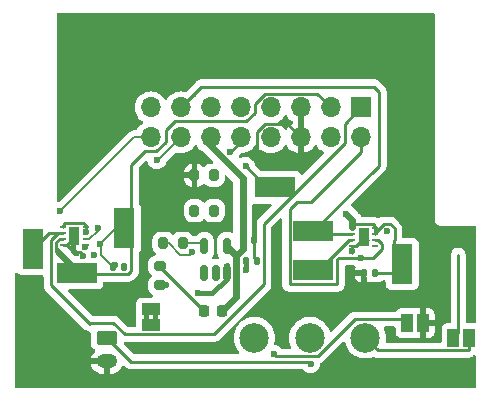
<source format=gbr>
%TF.GenerationSoftware,KiCad,Pcbnew,8.0.1*%
%TF.CreationDate,2024-03-24T23:40:03+02:00*%
%TF.ProjectId,circuit schematic,63697263-7569-4742-9073-6368656d6174,rev?*%
%TF.SameCoordinates,Original*%
%TF.FileFunction,Copper,L1,Top*%
%TF.FilePolarity,Positive*%
%FSLAX46Y46*%
G04 Gerber Fmt 4.6, Leading zero omitted, Abs format (unit mm)*
G04 Created by KiCad (PCBNEW 8.0.1) date 2024-03-24 23:40:03*
%MOMM*%
%LPD*%
G01*
G04 APERTURE LIST*
G04 Aperture macros list*
%AMRoundRect*
0 Rectangle with rounded corners*
0 $1 Rounding radius*
0 $2 $3 $4 $5 $6 $7 $8 $9 X,Y pos of 4 corners*
0 Add a 4 corners polygon primitive as box body*
4,1,4,$2,$3,$4,$5,$6,$7,$8,$9,$2,$3,0*
0 Add four circle primitives for the rounded corners*
1,1,$1+$1,$2,$3*
1,1,$1+$1,$4,$5*
1,1,$1+$1,$6,$7*
1,1,$1+$1,$8,$9*
0 Add four rect primitives between the rounded corners*
20,1,$1+$1,$2,$3,$4,$5,0*
20,1,$1+$1,$4,$5,$6,$7,0*
20,1,$1+$1,$6,$7,$8,$9,0*
20,1,$1+$1,$8,$9,$2,$3,0*%
G04 Aperture macros list end*
%TA.AperFunction,EtchedComponent*%
%ADD10C,0.000000*%
%TD*%
%TA.AperFunction,ComponentPad*%
%ADD11R,1.700000X1.700000*%
%TD*%
%TA.AperFunction,ComponentPad*%
%ADD12O,1.700000X1.700000*%
%TD*%
%TA.AperFunction,SMDPad,CuDef*%
%ADD13R,0.900000X1.600000*%
%TD*%
%TA.AperFunction,SMDPad,CuDef*%
%ADD14RoundRect,0.062500X-0.187500X-0.062500X0.187500X-0.062500X0.187500X0.062500X-0.187500X0.062500X0*%
%TD*%
%TA.AperFunction,SMDPad,CuDef*%
%ADD15RoundRect,0.218750X-0.218750X-0.256250X0.218750X-0.256250X0.218750X0.256250X-0.218750X0.256250X0*%
%TD*%
%TA.AperFunction,SMDPad,CuDef*%
%ADD16RoundRect,0.150000X0.150000X-0.512500X0.150000X0.512500X-0.150000X0.512500X-0.150000X-0.512500X0*%
%TD*%
%TA.AperFunction,SMDPad,CuDef*%
%ADD17R,3.400000X1.800000*%
%TD*%
%TA.AperFunction,SMDPad,CuDef*%
%ADD18R,1.800000X3.400000*%
%TD*%
%TA.AperFunction,ComponentPad*%
%ADD19C,2.500000*%
%TD*%
%TA.AperFunction,SMDPad,CuDef*%
%ADD20RoundRect,0.200000X-0.200000X-0.275000X0.200000X-0.275000X0.200000X0.275000X-0.200000X0.275000X0*%
%TD*%
%TA.AperFunction,SMDPad,CuDef*%
%ADD21RoundRect,0.200000X-0.275000X0.200000X-0.275000X-0.200000X0.275000X-0.200000X0.275000X0.200000X0*%
%TD*%
%TA.AperFunction,SMDPad,CuDef*%
%ADD22RoundRect,0.200000X0.200000X0.275000X-0.200000X0.275000X-0.200000X-0.275000X0.200000X-0.275000X0*%
%TD*%
%TA.AperFunction,SMDPad,CuDef*%
%ADD23R,1.500000X1.000000*%
%TD*%
%TA.AperFunction,SMDPad,CuDef*%
%ADD24R,1.000000X1.500000*%
%TD*%
%TA.AperFunction,ComponentPad*%
%ADD25RoundRect,0.250000X-0.625000X0.350000X-0.625000X-0.350000X0.625000X-0.350000X0.625000X0.350000X0*%
%TD*%
%TA.AperFunction,ComponentPad*%
%ADD26O,1.750000X1.200000*%
%TD*%
%TA.AperFunction,SMDPad,CuDef*%
%ADD27RoundRect,0.140000X0.140000X0.170000X-0.140000X0.170000X-0.140000X-0.170000X0.140000X-0.170000X0*%
%TD*%
%TA.AperFunction,SMDPad,CuDef*%
%ADD28RoundRect,0.140000X-0.140000X-0.170000X0.140000X-0.170000X0.140000X0.170000X-0.140000X0.170000X0*%
%TD*%
%TA.AperFunction,ViaPad*%
%ADD29C,0.600000*%
%TD*%
%TA.AperFunction,Conductor*%
%ADD30C,0.250000*%
%TD*%
%TA.AperFunction,Conductor*%
%ADD31C,0.200000*%
%TD*%
%TA.AperFunction,Conductor*%
%ADD32C,0.600000*%
%TD*%
%TA.AperFunction,Conductor*%
%ADD33C,0.400000*%
%TD*%
G04 APERTURE END LIST*
D10*
%TA.AperFunction,EtchedComponent*%
%TO.C,JP10*%
G36*
X116550000Y-70500000D02*
G01*
X116150000Y-70500000D01*
X116150000Y-70000000D01*
X116550000Y-70000000D01*
X116550000Y-70500000D01*
G37*
%TD.AperFunction*%
%TA.AperFunction,EtchedComponent*%
G36*
X117350000Y-70500000D02*
G01*
X116950000Y-70500000D01*
X116950000Y-70000000D01*
X117350000Y-70000000D01*
X117350000Y-70500000D01*
G37*
%TD.AperFunction*%
%TD*%
D11*
%TO.P,J3,1,Pin_1*%
%TO.N,Motor2_A*%
X134500000Y-52500000D03*
D12*
%TO.P,J3,2,Pin_2*%
%TO.N,PWM1*%
X134500000Y-55040000D03*
%TO.P,J3,3,Pin_3*%
%TO.N,Motor2_B*%
X131960000Y-52500000D03*
%TO.P,J3,4,Pin_4*%
%TO.N,PWM2*%
X131960000Y-55040000D03*
%TO.P,J3,5,Pin_5*%
%TO.N,GND*%
X129420000Y-52500000D03*
%TO.P,J3,6,Pin_6*%
X129420000Y-55040000D03*
%TO.P,J3,7,Pin_7*%
%TO.N,BATT_1*%
X126880000Y-52500000D03*
%TO.P,J3,8,Pin_8*%
X126880000Y-55040000D03*
%TO.P,J3,9,Pin_9*%
%TO.N,RESERVE*%
X124340000Y-52500000D03*
%TO.P,J3,10,Pin_10*%
%TO.N,BATT_ADC*%
X124340000Y-55040000D03*
%TO.P,J3,11,Pin_11*%
%TO.N,+5V*%
X121800000Y-52500000D03*
%TO.P,J3,12,Pin_12*%
X121800000Y-55040000D03*
%TO.P,J3,13,Pin_13*%
%TO.N,Motor1_A*%
X119260000Y-52500000D03*
%TO.P,J3,14,Pin_14*%
%TO.N,PWM3*%
X119260000Y-55040000D03*
%TO.P,J3,15,Pin_15*%
%TO.N,Motor1_B*%
X116720000Y-52500000D03*
%TO.P,J3,16,Pin_16*%
%TO.N,PWM4*%
X116720000Y-55040000D03*
%TD*%
D13*
%TO.P,U2,9,GND*%
%TO.N,GND*%
X134750000Y-63500000D03*
D14*
%TO.P,U2,8,VCC*%
%TO.N,BATT_1*%
X135700000Y-62750000D03*
%TO.P,U2,7,~{SLEEP}*%
X135700000Y-63250000D03*
%TO.P,U2,6,IN1*%
%TO.N,PWM1*%
X135700000Y-63750000D03*
%TO.P,U2,5,IN2*%
%TO.N,PWM2*%
X135700000Y-64250000D03*
%TO.P,U2,4,GND*%
%TO.N,GND*%
X133800000Y-64250000D03*
%TO.P,U2,3,OUT2*%
%TO.N,Motor1_B*%
X133800000Y-63750000D03*
%TO.P,U2,2,OUT1*%
%TO.N,Motor1_A*%
X133800000Y-63250000D03*
%TO.P,U2,1,VM*%
%TO.N,BATT_1*%
X133800000Y-62750000D03*
%TD*%
D15*
%TO.P,D1,1,K*%
%TO.N,Net-(D1-K)*%
X121212500Y-69750000D03*
%TO.P,D1,2,A*%
%TO.N,+5V*%
X122787500Y-69750000D03*
%TD*%
D14*
%TO.P,U3,1,VM*%
%TO.N,BATT_1*%
X109300000Y-62650000D03*
%TO.P,U3,2,OUT1*%
%TO.N,Motor2_A*%
X109300000Y-63150000D03*
%TO.P,U3,3,OUT2*%
%TO.N,Motor2_B*%
X109300000Y-63650000D03*
%TO.P,U3,4,GND*%
%TO.N,GND*%
X109300000Y-64150000D03*
%TO.P,U3,5,IN2*%
%TO.N,PWM4*%
X111200000Y-64150000D03*
%TO.P,U3,6,IN1*%
%TO.N,PWM3*%
X111200000Y-63650000D03*
%TO.P,U3,7,~{SLEEP}*%
%TO.N,BATT_1*%
X111200000Y-63150000D03*
%TO.P,U3,8,VCC*%
X111200000Y-62650000D03*
D13*
%TO.P,U3,9,GND*%
%TO.N,GND*%
X110250000Y-63400000D03*
%TD*%
D16*
%TO.P,U1,1,STAT*%
%TO.N,/STAT*%
X121270000Y-66525000D03*
%TO.P,U1,2,V_{SS}*%
%TO.N,Net-(U1-V_{SS})*%
X122220000Y-66525000D03*
%TO.P,U1,3,V_{BAT}*%
%TO.N,Net-(JP10-A)*%
X123170000Y-66525000D03*
%TO.P,U1,4,V_{DD}*%
%TO.N,+5V*%
X123170000Y-64250000D03*
%TO.P,U1,5,PROG*%
%TO.N,Net-(U1-PROG)*%
X121270000Y-64250000D03*
%TD*%
D17*
%TO.P,TP7,1,1*%
%TO.N,Motor2_B*%
X110500000Y-66500000D03*
%TD*%
D18*
%TO.P,TP6,1,1*%
%TO.N,Motor2_A*%
X106750000Y-64500000D03*
%TD*%
D17*
%TO.P,TP5,1,1*%
%TO.N,Motor1_B*%
X130500000Y-66250000D03*
%TD*%
%TO.P,TP4,1,1*%
%TO.N,Motor1_A*%
X130500000Y-63000000D03*
%TD*%
D18*
%TO.P,TP3,1,1*%
%TO.N,BATT_1*%
X114500000Y-62750000D03*
%TD*%
%TO.P,TP2,1,1*%
%TO.N,BATT_1*%
X138000000Y-65750000D03*
%TD*%
D17*
%TO.P,TP1,1,1*%
%TO.N,BATT_ADC*%
X127250000Y-59250000D03*
%TD*%
D19*
%TO.P,SW1,1,1*%
%TO.N,Net-(JP3-A)*%
X134900000Y-72000000D03*
%TO.P,SW1,2,2*%
%TO.N,Net-(J2-Pin_1)*%
X130200000Y-72000000D03*
%TO.P,SW1,3,3*%
%TO.N,Net-(JP6-A)*%
X125500000Y-72000000D03*
%TD*%
D20*
%TO.P,R6,2*%
%TO.N,BATT_ADC*%
X122075000Y-58250000D03*
%TO.P,R6,1*%
%TO.N,GND*%
X120425000Y-58250000D03*
%TD*%
%TO.P,R5,1*%
%TO.N,BATT_ADC*%
X120425000Y-61250000D03*
%TO.P,R5,2*%
%TO.N,BATT_1*%
X122075000Y-61250000D03*
%TD*%
D21*
%TO.P,R2,1*%
%TO.N,Net-(D1-K)*%
X117500000Y-65925000D03*
%TO.P,R2,2*%
%TO.N,/STAT*%
X117500000Y-67575000D03*
%TD*%
D22*
%TO.P,R1,1*%
%TO.N,Net-(U1-PROG)*%
X119420000Y-64000000D03*
%TO.P,R1,2*%
%TO.N,Net-(U1-V_{SS})*%
X117770000Y-64000000D03*
%TD*%
D23*
%TO.P,JP10,1,A*%
%TO.N,Net-(JP10-A)*%
X116750000Y-70900000D03*
%TO.P,JP10,2,B*%
%TO.N,BATT_1*%
X116750000Y-69600000D03*
%TD*%
D24*
%TO.P,JP6,1,A*%
%TO.N,Net-(JP6-A)*%
X138450000Y-70750000D03*
%TO.P,JP6,2,B*%
%TO.N,GND*%
X139750000Y-70750000D03*
%TD*%
%TO.P,JP3,1,A*%
%TO.N,Net-(JP3-A)*%
X143650000Y-72000000D03*
%TO.P,JP3,2,B*%
%TO.N,BATT_1*%
X142350000Y-72000000D03*
%TD*%
D25*
%TO.P,J2,1,Pin_1*%
%TO.N,Net-(J2-Pin_1)*%
X113000000Y-72000000D03*
D26*
%TO.P,J2,2,Pin_2*%
%TO.N,GND*%
X113000000Y-74000000D03*
%TD*%
D27*
%TO.P,C4,1*%
%TO.N,GND*%
X114480000Y-66000000D03*
%TO.P,C4,2*%
%TO.N,BATT_1*%
X113520000Y-66000000D03*
%TD*%
D28*
%TO.P,C3,1*%
%TO.N,GND*%
X134770000Y-66500000D03*
%TO.P,C3,2*%
%TO.N,BATT_1*%
X135730000Y-66500000D03*
%TD*%
%TO.P,C2,1*%
%TO.N,+5V*%
X124520000Y-63750000D03*
%TO.P,C2,2*%
%TO.N,GND*%
X125480000Y-63750000D03*
%TD*%
%TO.P,C1,1*%
%TO.N,Net-(JP10-A)*%
X124750000Y-65500000D03*
%TO.P,C1,2*%
%TO.N,GND*%
X125710000Y-65500000D03*
%TD*%
D29*
%TO.N,Net-(JP10-A)*%
X116750000Y-70900000D03*
%TO.N,BATT_1*%
X122075000Y-61250000D03*
%TO.N,BATT_ADC*%
X120425000Y-61250000D03*
%TO.N,BATT_1*%
X111238862Y-63025000D03*
X112407193Y-64092807D03*
%TO.N,PWM3*%
X112250000Y-62750000D03*
%TO.N,GND*%
X110981740Y-65067432D03*
X120251701Y-58250000D03*
%TO.N,BATT_1*%
X114460000Y-62750000D03*
X138000000Y-65750000D03*
%TO.N,GND*%
X125690000Y-65500000D03*
X125559314Y-56809314D03*
%TO.N,*%
X111900479Y-65003981D03*
%TO.N,GND*%
X134770000Y-66500000D03*
X133750000Y-64625000D03*
%TO.N,BATT_1*%
X133250000Y-61500000D03*
%TO.N,BATT_ADC*%
X124750000Y-57500000D03*
%TO.N,PWM1*%
X134500000Y-65250000D03*
X134500000Y-65250000D03*
%TO.N,PWM4*%
X111190846Y-64295242D03*
%TO.N,Net-(JP10-A)*%
X124770000Y-66250000D03*
%TO.N,PWM2*%
X136750000Y-63000000D03*
%TO.N,BATT_ADC*%
X123460686Y-56289314D03*
%TO.N,Net-(JP10-A)*%
X120750000Y-68250000D03*
%TO.N,BATT_1*%
X113700000Y-65844659D03*
%TO.N,/STAT*%
X118000000Y-67500000D03*
%TO.N,Net-(J2-Pin_1)*%
X130250000Y-74200000D03*
%TO.N,Net-(JP6-A)*%
X127145281Y-73395281D03*
%TO.N,Net-(JP10-A)*%
X123170000Y-66000000D03*
%TO.N,Net-(U1-V_{SS})*%
X120250000Y-64762500D03*
%TO.N,PWM3*%
X117250000Y-56929264D03*
%TO.N,PWM4*%
X109050000Y-61288235D03*
%TD*%
D30*
%TO.N,Motor2_A*%
X113545100Y-70750000D02*
X111500000Y-70750000D01*
X114520100Y-71725000D02*
X113545100Y-70750000D01*
X126315000Y-62346701D02*
X126315000Y-67472540D01*
X122062540Y-71725000D02*
X114520100Y-71725000D01*
X126315000Y-67472540D02*
X122062540Y-71725000D01*
X133135000Y-55526701D02*
X126315000Y-62346701D01*
X133135000Y-53865000D02*
X133135000Y-55526701D01*
X134500000Y-52500000D02*
X133135000Y-53865000D01*
X111500000Y-70750000D02*
X111575000Y-70825000D01*
X108275000Y-67525000D02*
X111500000Y-70750000D01*
%TO.N,PWM1*%
X134500000Y-56242081D02*
X134500000Y-55040000D01*
X130267081Y-60475000D02*
X134500000Y-56242081D01*
X129065000Y-60475000D02*
X130267081Y-60475000D01*
X128475000Y-61065000D02*
X129065000Y-60475000D01*
D31*
%TO.N,PWM3*%
X111530071Y-63650000D02*
X111200000Y-63650000D01*
X112250000Y-62930071D02*
X111530071Y-63650000D01*
X112250000Y-62750000D02*
X112250000Y-62930071D01*
D30*
%TO.N,GND*%
X110981740Y-64981740D02*
X110981740Y-65067432D01*
X110750000Y-64750000D02*
X110981740Y-64981740D01*
X109599740Y-64150000D02*
X110199740Y-64750000D01*
X110199740Y-64750000D02*
X110750000Y-64750000D01*
X110250000Y-63499740D02*
X110250000Y-63400000D01*
X109599740Y-64150000D02*
X110250000Y-63499740D01*
X109300000Y-64150000D02*
X109599740Y-64150000D01*
%TO.N,Motor2_B*%
X110985260Y-66635000D02*
X114816490Y-66635000D01*
%TO.N,BATT_1*%
X142750000Y-65000000D02*
X142750000Y-71600000D01*
%TO.N,GND*%
X128245000Y-53865000D02*
X126393299Y-53865000D01*
X125705000Y-54553299D02*
X125705000Y-56955000D01*
X129420000Y-55040000D02*
X128245000Y-53865000D01*
X126393299Y-53865000D02*
X125705000Y-54553299D01*
X125705000Y-56955000D02*
X125559314Y-56809314D01*
%TO.N,*%
X111904460Y-65000000D02*
X111900479Y-65003981D01*
%TO.N,GND*%
X133750000Y-64800000D02*
X133750000Y-64625000D01*
X133800000Y-64750000D02*
X133750000Y-64800000D01*
X133800000Y-64250000D02*
X133800000Y-64750000D01*
X134099740Y-64250000D02*
X134750000Y-63599740D01*
X134750000Y-63599740D02*
X134750000Y-63500000D01*
X133800000Y-64250000D02*
X134099740Y-64250000D01*
X125480000Y-65270000D02*
X125710000Y-65500000D01*
X125480000Y-63750000D02*
X125480000Y-65270000D01*
D32*
%TO.N,BATT_1*%
X133800000Y-62050000D02*
X133800000Y-62625000D01*
X133250000Y-61500000D02*
X133800000Y-62050000D01*
D30*
%TO.N,BATT_ADC*%
X124750000Y-57500000D02*
X126500000Y-59250000D01*
X126500000Y-59250000D02*
X127000000Y-59250000D01*
%TO.N,BATT_1*%
X136450001Y-62375000D02*
X135700000Y-63125001D01*
X137375000Y-62741116D02*
X137008884Y-62375000D01*
X137008884Y-62375000D02*
X136450001Y-62375000D01*
X135700000Y-63125001D02*
X135700000Y-63250000D01*
X137375000Y-63700000D02*
X137375000Y-62741116D01*
X137325000Y-63750000D02*
X137375000Y-63700000D01*
X135700000Y-62750000D02*
X135700000Y-63250000D01*
X133975000Y-62375000D02*
X135525000Y-62375000D01*
X133800000Y-62550000D02*
X133975000Y-62375000D01*
X133800000Y-62750000D02*
X133800000Y-62550000D01*
X135525000Y-62375000D02*
X135700000Y-62550000D01*
X135700000Y-62550000D02*
X135700000Y-62750000D01*
%TO.N,PWM1*%
X136275000Y-64475000D02*
X135500000Y-65250000D01*
X136275000Y-64025260D02*
X136275000Y-64475000D01*
X135700000Y-63750000D02*
X135999740Y-63750000D01*
X135500000Y-65250000D02*
X134500000Y-65250000D01*
X135999740Y-63750000D02*
X136275000Y-64025260D01*
%TO.N,BATT_1*%
X137325000Y-65075000D02*
X137325000Y-63750000D01*
X138000000Y-65750000D02*
X137325000Y-65075000D01*
X137250000Y-66500000D02*
X138000000Y-65750000D01*
X135730000Y-66500000D02*
X137250000Y-66500000D01*
%TO.N,GND*%
X135000000Y-63750000D02*
X135075000Y-63750000D01*
%TO.N,PWM1*%
X132636656Y-65250000D02*
X134500000Y-65250000D01*
X132525000Y-65361656D02*
X132636656Y-65250000D01*
X128475000Y-67475000D02*
X128475000Y-61065000D01*
X132525000Y-67475000D02*
X128475000Y-67475000D01*
X132525000Y-65361656D02*
X132525000Y-67475000D01*
D33*
%TO.N,Net-(JP10-A)*%
X124770000Y-65520000D02*
X124750000Y-65500000D01*
X124770000Y-66250000D02*
X124770000Y-65520000D01*
D31*
%TO.N,BATT_1*%
X113750000Y-62750000D02*
X114500000Y-62750000D01*
X112407193Y-64092807D02*
X113750000Y-62750000D01*
X112407193Y-64092807D02*
X112500000Y-64185614D01*
D32*
%TO.N,+5V*%
X124520000Y-64500000D02*
X124520000Y-63750000D01*
X123970000Y-65050000D02*
X124520000Y-64500000D01*
D30*
%TO.N,BATT_ADC*%
X124340000Y-55040000D02*
X124340000Y-55410000D01*
X124340000Y-55410000D02*
X123460686Y-56289314D01*
D32*
%TO.N,+5V*%
X123970000Y-68567500D02*
X123970000Y-65050000D01*
X123970000Y-65050000D02*
X123170000Y-64250000D01*
D33*
%TO.N,Net-(JP10-A)*%
X121939474Y-68250000D02*
X120750000Y-68250000D01*
X123170000Y-67019474D02*
X121939474Y-68250000D01*
X123170000Y-66525000D02*
X123170000Y-67019474D01*
D30*
%TO.N,Net-(D1-K)*%
X117500000Y-65925000D02*
X117500000Y-66037500D01*
X117500000Y-66037500D02*
X121212500Y-69750000D01*
D31*
%TO.N,BATT_1*%
X113544659Y-66000000D02*
X113700000Y-65844659D01*
X113520000Y-66000000D02*
X113544659Y-66000000D01*
D30*
X111200000Y-62450000D02*
X111200000Y-62650000D01*
X111025000Y-62275000D02*
X111200000Y-62450000D01*
X109475000Y-62275000D02*
X111025000Y-62275000D01*
X109300000Y-62650000D02*
X109300000Y-62450000D01*
X109300000Y-62450000D02*
X109475000Y-62275000D01*
X111200000Y-62650000D02*
X111200000Y-63150000D01*
%TO.N,Motor2_A*%
X108275000Y-63738864D02*
X108275000Y-67525000D01*
X108863864Y-63150000D02*
X108275000Y-63738864D01*
X109300000Y-63150000D02*
X108863864Y-63150000D01*
%TO.N,Motor2_B*%
X130785000Y-51325000D02*
X131960000Y-52500000D01*
X126393299Y-51325000D02*
X130785000Y-51325000D01*
X125515000Y-52203299D02*
X126393299Y-51325000D01*
X125515000Y-52986701D02*
X125515000Y-52203299D01*
X124826701Y-53675000D02*
X125515000Y-52986701D01*
X118000000Y-54448299D02*
X118773299Y-53675000D01*
X118000000Y-55421701D02*
X118000000Y-54448299D01*
X117206701Y-56215000D02*
X118000000Y-55421701D01*
X118773299Y-53675000D02*
X124826701Y-53675000D01*
X116233299Y-56215000D02*
X117206701Y-56215000D01*
X115085000Y-57363299D02*
X116233299Y-56215000D01*
X115085000Y-66366490D02*
X115085000Y-57363299D01*
X114816490Y-66635000D02*
X115085000Y-66366490D01*
X108725000Y-64374740D02*
X110985260Y-66635000D01*
X109000260Y-63650000D02*
X108725000Y-63925260D01*
X108725000Y-63925260D02*
X108725000Y-64374740D01*
X109300000Y-63650000D02*
X109000260Y-63650000D01*
X108725000Y-64725000D02*
X110500000Y-66500000D01*
X108725000Y-63925260D02*
X108725000Y-64725000D01*
%TO.N,Motor2_A*%
X108100000Y-63150000D02*
X109300000Y-63150000D01*
X106750000Y-64500000D02*
X108100000Y-63150000D01*
%TO.N,Motor1_A*%
X135651041Y-50750000D02*
X121010000Y-50750000D01*
X136075000Y-51173959D02*
X135651041Y-50750000D01*
X136075000Y-57425000D02*
X136075000Y-51173959D01*
X121010000Y-50750000D02*
X119260000Y-52500000D01*
X130500000Y-63000000D02*
X136075000Y-57425000D01*
%TO.N,Motor1_B*%
X131000260Y-66250000D02*
X130500000Y-66250000D01*
X133500260Y-63750000D02*
X131000260Y-66250000D01*
X133800000Y-63750000D02*
X133500260Y-63750000D01*
%TO.N,Motor1_A*%
X130750000Y-63250000D02*
X133800000Y-63250000D01*
X130500000Y-63000000D02*
X130750000Y-63250000D01*
D32*
%TO.N,+5V*%
X124520000Y-58480000D02*
X124520000Y-63750000D01*
D30*
%TO.N,/STAT*%
X117925000Y-67575000D02*
X118000000Y-67500000D01*
X117500000Y-67575000D02*
X117925000Y-67575000D01*
%TO.N,Net-(J2-Pin_1)*%
X130250000Y-74025000D02*
X130250000Y-74200000D01*
X115025000Y-74025000D02*
X130250000Y-74025000D01*
X113000000Y-72000000D02*
X115025000Y-74025000D01*
%TO.N,Net-(JP6-A)*%
X130852387Y-73575000D02*
X127325000Y-73575000D01*
X127325000Y-73575000D02*
X127145281Y-73395281D01*
X134002387Y-70425000D02*
X130852387Y-73575000D01*
X138450000Y-70750000D02*
X138125000Y-70425000D01*
X138125000Y-70425000D02*
X134002387Y-70425000D01*
%TO.N,Net-(JP3-A)*%
X135975000Y-73075000D02*
X134900000Y-72000000D01*
X143575000Y-73075000D02*
X135975000Y-73075000D01*
X143650000Y-73000000D02*
X143575000Y-73075000D01*
X143650000Y-72000000D02*
X143650000Y-73000000D01*
%TO.N,BATT_1*%
X142750000Y-71600000D02*
X142350000Y-72000000D01*
D32*
X126880000Y-55040000D02*
X127040000Y-55040000D01*
D30*
%TO.N,Motor1_A*%
X119260000Y-52500000D02*
X120435000Y-51325000D01*
D32*
%TO.N,+5V*%
X121750000Y-52500000D02*
X121800000Y-52500000D01*
%TO.N,BATT_1*%
X126880000Y-55040000D02*
X126880000Y-55130000D01*
D33*
%TO.N,Net-(JP10-A)*%
X123170000Y-65862501D02*
X123170000Y-66000000D01*
D31*
%TO.N,Net-(U1-PROG)*%
X121020000Y-64000000D02*
X121270000Y-64250000D01*
X119420000Y-64000000D02*
X121020000Y-64000000D01*
%TO.N,Net-(U1-V_{SS})*%
X120050000Y-64962500D02*
X120250000Y-64762500D01*
X119194852Y-64962500D02*
X120050000Y-64962500D01*
X118232352Y-64000000D02*
X119194852Y-64962500D01*
X117770000Y-64000000D02*
X118232352Y-64000000D01*
%TO.N,PWM3*%
X117370736Y-56929264D02*
X117250000Y-56929264D01*
X119260000Y-55040000D02*
X117370736Y-56929264D01*
%TO.N,PWM4*%
X115310000Y-55040000D02*
X116720000Y-55040000D01*
X109061765Y-61288235D02*
X115310000Y-55040000D01*
X109050000Y-61288235D02*
X109061765Y-61288235D01*
X109050000Y-61300000D02*
X109050000Y-61288235D01*
%TO.N,BATT_1*%
X112500000Y-64185614D02*
X112500000Y-64980000D01*
X112500000Y-64980000D02*
X113520000Y-66000000D01*
D32*
%TO.N,+5V*%
X122787500Y-69750000D02*
X123970000Y-68567500D01*
D33*
%TO.N,Net-(JP10-A)*%
X123170000Y-65862501D02*
X123170000Y-66525000D01*
%TO.N,Net-(D1-K)*%
X121212500Y-69750000D02*
X121212500Y-69637500D01*
D32*
%TO.N,+5V*%
X121540000Y-55500000D02*
X124520000Y-58480000D01*
%TD*%
%TA.AperFunction,Conductor*%
%TO.N,GND*%
G36*
X105455703Y-66513180D02*
G01*
X105473767Y-66532583D01*
X105492454Y-66557546D01*
X105492455Y-66557547D01*
X105607664Y-66643793D01*
X105607671Y-66643797D01*
X105742517Y-66694091D01*
X105742516Y-66694091D01*
X105749444Y-66694835D01*
X105802127Y-66700500D01*
X107525500Y-66700499D01*
X107592539Y-66720184D01*
X107638294Y-66772987D01*
X107649500Y-66824499D01*
X107649500Y-67586608D01*
X107652065Y-67599501D01*
X107659584Y-67637304D01*
X107666632Y-67672735D01*
X107672300Y-67701236D01*
X107673537Y-67707452D01*
X107678721Y-67719968D01*
X107678723Y-67719975D01*
X107678724Y-67719975D01*
X107690224Y-67747738D01*
X107720687Y-67821285D01*
X107745290Y-67858104D01*
X107745291Y-67858106D01*
X107789141Y-67923732D01*
X107789144Y-67923736D01*
X107880586Y-68015178D01*
X107880608Y-68015198D01*
X111011016Y-71145606D01*
X111011045Y-71145637D01*
X111105586Y-71240178D01*
X111105608Y-71240198D01*
X111176267Y-71310857D01*
X111227490Y-71345084D01*
X111278709Y-71379309D01*
X111278718Y-71379314D01*
X111392538Y-71426459D01*
X111392542Y-71426460D01*
X111392549Y-71426463D01*
X111513393Y-71450500D01*
X111513405Y-71450500D01*
X111514646Y-71450623D01*
X111515265Y-71450872D01*
X111519368Y-71451689D01*
X111519213Y-71452466D01*
X111579436Y-71476776D01*
X111619802Y-71533806D01*
X111625865Y-71586623D01*
X111624500Y-71599985D01*
X111624500Y-72400001D01*
X111624501Y-72400019D01*
X111635000Y-72502796D01*
X111635001Y-72502799D01*
X111669520Y-72606968D01*
X111690186Y-72669334D01*
X111782288Y-72818656D01*
X111906344Y-72942712D01*
X111970981Y-72982580D01*
X112017705Y-73034526D01*
X112028928Y-73103489D01*
X112001085Y-73167571D01*
X111993566Y-73175799D01*
X111885964Y-73283401D01*
X111784195Y-73423475D01*
X111705591Y-73577744D01*
X111652085Y-73742415D01*
X111650884Y-73749999D01*
X111650885Y-73750000D01*
X112719670Y-73750000D01*
X112699925Y-73769745D01*
X112650556Y-73855255D01*
X112625000Y-73950630D01*
X112625000Y-74049370D01*
X112650556Y-74144745D01*
X112699925Y-74230255D01*
X112719670Y-74250000D01*
X111650885Y-74250000D01*
X111652085Y-74257584D01*
X111705591Y-74422255D01*
X111784195Y-74576524D01*
X111885967Y-74716602D01*
X112008397Y-74839032D01*
X112148475Y-74940804D01*
X112302742Y-75019408D01*
X112467415Y-75072914D01*
X112638429Y-75100000D01*
X112750000Y-75100000D01*
X112750000Y-74280330D01*
X112769745Y-74300075D01*
X112855255Y-74349444D01*
X112950630Y-74375000D01*
X113049370Y-74375000D01*
X113144745Y-74349444D01*
X113230255Y-74300075D01*
X113250000Y-74280330D01*
X113250000Y-75100000D01*
X113361571Y-75100000D01*
X113532584Y-75072914D01*
X113697257Y-75019408D01*
X113851524Y-74940804D01*
X113991602Y-74839032D01*
X114114032Y-74716602D01*
X114215804Y-74576524D01*
X114294402Y-74422268D01*
X114294626Y-74421728D01*
X114294766Y-74421553D01*
X114296622Y-74417912D01*
X114297386Y-74418301D01*
X114338454Y-74367314D01*
X114404743Y-74345233D01*
X114472447Y-74362496D01*
X114496880Y-74381472D01*
X114626265Y-74510857D01*
X114684132Y-74549522D01*
X114728714Y-74579311D01*
X114842548Y-74626463D01*
X114963388Y-74650499D01*
X114963392Y-74650500D01*
X114963393Y-74650500D01*
X114963394Y-74650500D01*
X129519190Y-74650500D01*
X129586229Y-74670185D01*
X129616135Y-74697185D01*
X129620183Y-74702261D01*
X129620184Y-74702262D01*
X129747738Y-74829816D01*
X129900478Y-74925789D01*
X130070745Y-74985368D01*
X130070750Y-74985369D01*
X130249996Y-75005565D01*
X130250000Y-75005565D01*
X130250004Y-75005565D01*
X130429249Y-74985369D01*
X130429252Y-74985368D01*
X130429255Y-74985368D01*
X130599522Y-74925789D01*
X130752262Y-74829816D01*
X130879816Y-74702262D01*
X130975789Y-74549522D01*
X131035368Y-74379255D01*
X131035848Y-74375000D01*
X131051172Y-74238991D01*
X131078238Y-74174577D01*
X131126941Y-74138313D01*
X131148673Y-74129312D01*
X131212585Y-74086606D01*
X131251120Y-74060858D01*
X131338245Y-73973733D01*
X131338245Y-73973731D01*
X131348453Y-73963524D01*
X131348454Y-73963521D01*
X132984395Y-72327580D01*
X133045717Y-72294097D01*
X133115409Y-72299081D01*
X133171342Y-72340953D01*
X133192966Y-72387670D01*
X133219243Y-72502799D01*
X133222580Y-72517416D01*
X133318432Y-72761643D01*
X133449614Y-72988857D01*
X133541030Y-73103489D01*
X133613198Y-73193985D01*
X133794753Y-73362441D01*
X133805521Y-73372433D01*
X134022296Y-73520228D01*
X134022301Y-73520230D01*
X134022302Y-73520231D01*
X134022303Y-73520232D01*
X134106663Y-73560857D01*
X134258673Y-73634061D01*
X134258674Y-73634061D01*
X134258677Y-73634063D01*
X134509385Y-73711396D01*
X134768818Y-73750500D01*
X135031182Y-73750500D01*
X135290615Y-73711396D01*
X135541323Y-73634063D01*
X135561544Y-73624324D01*
X135630484Y-73612971D01*
X135673792Y-73626681D01*
X135678711Y-73629310D01*
X135678713Y-73629311D01*
X135678715Y-73629312D01*
X135745396Y-73656931D01*
X135745398Y-73656933D01*
X135792543Y-73676461D01*
X135792548Y-73676463D01*
X135812597Y-73680451D01*
X135846196Y-73687134D01*
X135913392Y-73700501D01*
X135913394Y-73700501D01*
X136042721Y-73700501D01*
X136042741Y-73700500D01*
X143636607Y-73700500D01*
X143697029Y-73688481D01*
X143757452Y-73676463D01*
X143795466Y-73660717D01*
X143871286Y-73629312D01*
X143922509Y-73595084D01*
X143973733Y-73560858D01*
X144037820Y-73496770D01*
X144099141Y-73463287D01*
X144168833Y-73468271D01*
X144224767Y-73510142D01*
X144249184Y-73575606D01*
X144249500Y-73584453D01*
X144249500Y-76125500D01*
X144229815Y-76192539D01*
X144177011Y-76238294D01*
X144125500Y-76249500D01*
X105374500Y-76249500D01*
X105307461Y-76229815D01*
X105261706Y-76177011D01*
X105250500Y-76125500D01*
X105250500Y-66606893D01*
X105270185Y-66539854D01*
X105322989Y-66494099D01*
X105392147Y-66484155D01*
X105455703Y-66513180D01*
G37*
%TD.AperFunction*%
%TA.AperFunction,Conductor*%
G36*
X140692539Y-44520185D02*
G01*
X140738294Y-44572989D01*
X140749500Y-44624500D01*
X140749500Y-62065891D01*
X140783608Y-62193187D01*
X140808257Y-62235880D01*
X140849500Y-62307314D01*
X140942686Y-62400500D01*
X141056814Y-62466392D01*
X141184108Y-62500500D01*
X141315892Y-62500500D01*
X144125500Y-62500500D01*
X144192539Y-62520185D01*
X144238294Y-62572989D01*
X144249500Y-62624500D01*
X144249500Y-70625500D01*
X144229815Y-70692539D01*
X144177011Y-70738294D01*
X144125500Y-70749500D01*
X143499500Y-70749500D01*
X143432461Y-70729815D01*
X143386706Y-70677011D01*
X143375500Y-70625500D01*
X143375500Y-64938393D01*
X143375499Y-64938389D01*
X143357818Y-64849500D01*
X143351463Y-64817548D01*
X143306993Y-64710188D01*
X143304312Y-64703716D01*
X143304307Y-64703707D01*
X143235858Y-64601267D01*
X143235855Y-64601263D01*
X143148736Y-64514144D01*
X143148732Y-64514141D01*
X143046292Y-64445692D01*
X143046283Y-64445687D01*
X142953477Y-64407246D01*
X142932452Y-64398537D01*
X142932448Y-64398536D01*
X142932444Y-64398535D01*
X142811610Y-64374500D01*
X142811606Y-64374500D01*
X142688394Y-64374500D01*
X142688389Y-64374500D01*
X142567555Y-64398535D01*
X142567545Y-64398538D01*
X142453716Y-64445687D01*
X142453707Y-64445692D01*
X142351267Y-64514141D01*
X142351263Y-64514144D01*
X142264144Y-64601263D01*
X142264141Y-64601267D01*
X142195692Y-64703707D01*
X142195687Y-64703716D01*
X142148538Y-64817545D01*
X142148535Y-64817555D01*
X142124500Y-64938389D01*
X142124500Y-70625500D01*
X142104815Y-70692539D01*
X142052011Y-70738294D01*
X142000501Y-70749500D01*
X141802130Y-70749500D01*
X141802123Y-70749501D01*
X141742516Y-70755908D01*
X141607671Y-70806202D01*
X141607664Y-70806206D01*
X141492455Y-70892452D01*
X141492452Y-70892455D01*
X141406206Y-71007664D01*
X141406202Y-71007671D01*
X141355908Y-71142517D01*
X141349501Y-71202116D01*
X141349500Y-71202135D01*
X141349501Y-72325500D01*
X141329816Y-72392539D01*
X141277013Y-72438294D01*
X141225501Y-72449500D01*
X136748413Y-72449500D01*
X136681374Y-72429815D01*
X136635619Y-72377011D01*
X136625675Y-72307853D01*
X136627522Y-72297906D01*
X136628392Y-72294097D01*
X136635802Y-72261630D01*
X136635801Y-72261630D01*
X136635803Y-72261626D01*
X136655408Y-72000000D01*
X136655408Y-71999995D01*
X136635803Y-71738379D01*
X136635802Y-71738374D01*
X136635802Y-71738370D01*
X136577420Y-71482584D01*
X136481568Y-71238357D01*
X136480495Y-71236499D01*
X136480314Y-71235754D01*
X136479553Y-71234172D01*
X136479891Y-71234009D01*
X136464023Y-71168601D01*
X136486875Y-71102574D01*
X136541796Y-71059383D01*
X136587883Y-71050500D01*
X137325501Y-71050500D01*
X137392540Y-71070185D01*
X137438295Y-71122989D01*
X137449501Y-71174500D01*
X137449501Y-71547876D01*
X137455908Y-71607483D01*
X137506202Y-71742328D01*
X137506206Y-71742335D01*
X137592452Y-71857544D01*
X137592455Y-71857547D01*
X137707664Y-71943793D01*
X137707671Y-71943797D01*
X137842517Y-71994091D01*
X137842516Y-71994091D01*
X137849444Y-71994835D01*
X137902127Y-72000500D01*
X138997872Y-72000499D01*
X139057483Y-71994091D01*
X139057489Y-71994088D01*
X139065025Y-71992308D01*
X139065321Y-71993561D01*
X139127063Y-71989142D01*
X139140655Y-71993132D01*
X139142627Y-71993598D01*
X139202155Y-71999999D01*
X139202172Y-72000000D01*
X139500000Y-72000000D01*
X139500000Y-71000000D01*
X140000000Y-71000000D01*
X140000000Y-72000000D01*
X140297828Y-72000000D01*
X140297844Y-71999999D01*
X140357372Y-71993598D01*
X140357379Y-71993596D01*
X140492086Y-71943354D01*
X140492093Y-71943350D01*
X140607187Y-71857190D01*
X140607190Y-71857187D01*
X140693350Y-71742093D01*
X140693354Y-71742086D01*
X140743596Y-71607379D01*
X140743598Y-71607372D01*
X140749999Y-71547844D01*
X140750000Y-71547827D01*
X140750000Y-71000000D01*
X140000000Y-71000000D01*
X139500000Y-71000000D01*
X139500000Y-69500000D01*
X140000000Y-69500000D01*
X140000000Y-70500000D01*
X140750000Y-70500000D01*
X140750000Y-69952172D01*
X140749999Y-69952155D01*
X140743598Y-69892627D01*
X140743596Y-69892620D01*
X140693354Y-69757913D01*
X140693350Y-69757906D01*
X140607190Y-69642812D01*
X140607187Y-69642809D01*
X140492093Y-69556649D01*
X140492086Y-69556645D01*
X140357379Y-69506403D01*
X140357372Y-69506401D01*
X140297844Y-69500000D01*
X140000000Y-69500000D01*
X139500000Y-69500000D01*
X139202155Y-69500000D01*
X139142624Y-69506401D01*
X139135073Y-69508186D01*
X139134684Y-69506542D01*
X139074348Y-69510853D01*
X139057614Y-69505939D01*
X139057483Y-69505908D01*
X138997883Y-69499501D01*
X138997881Y-69499500D01*
X138997873Y-69499500D01*
X138997864Y-69499500D01*
X137902129Y-69499500D01*
X137902123Y-69499501D01*
X137842516Y-69505908D01*
X137707671Y-69556202D01*
X137707664Y-69556206D01*
X137592456Y-69642452D01*
X137592455Y-69642453D01*
X137592454Y-69642454D01*
X137512087Y-69749811D01*
X137456153Y-69791682D01*
X137412820Y-69799500D01*
X133940781Y-69799500D01*
X133819935Y-69823537D01*
X133819934Y-69823537D01*
X133819931Y-69823538D01*
X133807127Y-69828842D01*
X133706104Y-69870686D01*
X133706095Y-69870691D01*
X133603654Y-69939141D01*
X133603650Y-69939144D01*
X132062857Y-71479937D01*
X132001534Y-71513422D01*
X131931842Y-71508438D01*
X131875909Y-71466566D01*
X131859750Y-71437561D01*
X131781568Y-71238357D01*
X131650386Y-71011143D01*
X131486805Y-70806019D01*
X131486804Y-70806018D01*
X131486801Y-70806014D01*
X131294479Y-70627567D01*
X131263446Y-70606409D01*
X131077704Y-70479772D01*
X131077700Y-70479770D01*
X131077697Y-70479768D01*
X131077696Y-70479767D01*
X130841325Y-70365938D01*
X130841327Y-70365938D01*
X130590623Y-70288606D01*
X130590619Y-70288605D01*
X130590615Y-70288604D01*
X130465823Y-70269794D01*
X130331187Y-70249500D01*
X130331182Y-70249500D01*
X130068818Y-70249500D01*
X130068812Y-70249500D01*
X129907247Y-70273853D01*
X129809385Y-70288604D01*
X129809382Y-70288605D01*
X129809376Y-70288606D01*
X129558673Y-70365938D01*
X129322303Y-70479767D01*
X129322302Y-70479768D01*
X129105520Y-70627567D01*
X128913198Y-70806014D01*
X128749614Y-71011143D01*
X128618432Y-71238356D01*
X128522582Y-71482578D01*
X128522576Y-71482597D01*
X128464197Y-71738374D01*
X128464196Y-71738379D01*
X128444592Y-71999995D01*
X128444592Y-72000000D01*
X128464196Y-72261620D01*
X128464197Y-72261625D01*
X128522576Y-72517402D01*
X128522582Y-72517421D01*
X128618430Y-72761640D01*
X128619504Y-72763499D01*
X128619685Y-72764245D01*
X128620447Y-72765828D01*
X128620108Y-72765990D01*
X128635977Y-72831399D01*
X128613125Y-72897426D01*
X128558204Y-72940617D01*
X128512117Y-72949500D01*
X127879119Y-72949500D01*
X127812080Y-72929815D01*
X127780337Y-72897749D01*
X127779440Y-72898465D01*
X127775096Y-72893018D01*
X127647543Y-72765465D01*
X127494804Y-72669492D01*
X127324535Y-72609912D01*
X127324531Y-72609911D01*
X127298407Y-72606968D01*
X127233993Y-72579900D01*
X127194439Y-72522305D01*
X127191401Y-72456160D01*
X127235802Y-72261630D01*
X127255408Y-72000000D01*
X127254965Y-71994091D01*
X127235803Y-71738379D01*
X127235802Y-71738374D01*
X127235802Y-71738370D01*
X127177420Y-71482584D01*
X127081568Y-71238357D01*
X126950386Y-71011143D01*
X126786805Y-70806019D01*
X126786804Y-70806018D01*
X126786801Y-70806014D01*
X126594479Y-70627567D01*
X126563446Y-70606409D01*
X126377704Y-70479772D01*
X126377700Y-70479770D01*
X126377697Y-70479768D01*
X126377696Y-70479767D01*
X126141325Y-70365938D01*
X126141327Y-70365938D01*
X125890623Y-70288606D01*
X125890619Y-70288605D01*
X125890615Y-70288604D01*
X125765823Y-70269794D01*
X125631187Y-70249500D01*
X125631182Y-70249500D01*
X125368818Y-70249500D01*
X125368812Y-70249500D01*
X125207247Y-70273853D01*
X125109385Y-70288604D01*
X125109382Y-70288605D01*
X125109376Y-70288606D01*
X124858673Y-70365938D01*
X124622303Y-70479767D01*
X124622302Y-70479768D01*
X124405520Y-70627567D01*
X124261967Y-70760764D01*
X124219121Y-70782119D01*
X124215088Y-70800662D01*
X124203203Y-70818548D01*
X124049614Y-71011143D01*
X123918432Y-71238356D01*
X123822582Y-71482578D01*
X123822576Y-71482597D01*
X123764197Y-71738374D01*
X123764196Y-71738379D01*
X123744592Y-71999995D01*
X123744592Y-72000000D01*
X123764196Y-72261620D01*
X123764197Y-72261625D01*
X123822576Y-72517402D01*
X123822577Y-72517404D01*
X123822580Y-72517416D01*
X123918432Y-72761643D01*
X124049614Y-72988857D01*
X124213195Y-73193981D01*
X124213197Y-73193983D01*
X124216088Y-73197608D01*
X124214449Y-73198914D01*
X124241750Y-73253717D01*
X124234148Y-73323172D01*
X124190203Y-73377492D01*
X124123866Y-73399429D01*
X124119678Y-73399500D01*
X115335453Y-73399500D01*
X115268414Y-73379815D01*
X115247772Y-73363181D01*
X114446772Y-72562181D01*
X114413287Y-72500858D01*
X114418271Y-72431166D01*
X114460143Y-72375233D01*
X114525607Y-72350816D01*
X114534453Y-72350500D01*
X122124147Y-72350500D01*
X122184569Y-72338481D01*
X122244992Y-72326463D01*
X122244995Y-72326461D01*
X122244998Y-72326461D01*
X122278327Y-72312654D01*
X122278326Y-72312654D01*
X122278332Y-72312652D01*
X122358826Y-72279312D01*
X122410049Y-72245084D01*
X122461273Y-72210858D01*
X122548398Y-72123733D01*
X122548398Y-72123731D01*
X122558606Y-72113524D01*
X122558607Y-72113521D01*
X124018576Y-70653553D01*
X124065569Y-70627892D01*
X124071092Y-70606409D01*
X124089942Y-70582187D01*
X126800858Y-67871273D01*
X126869312Y-67768825D01*
X126871597Y-67763309D01*
X126900697Y-67693055D01*
X126900697Y-67693054D01*
X126900998Y-67692328D01*
X126916463Y-67654992D01*
X126927501Y-67599500D01*
X126940501Y-67534148D01*
X126940501Y-67405823D01*
X126940500Y-67405797D01*
X126940500Y-62657153D01*
X126960185Y-62590114D01*
X126976819Y-62569472D01*
X127637819Y-61908472D01*
X127699142Y-61874987D01*
X127768834Y-61879971D01*
X127824767Y-61921843D01*
X127849184Y-61987307D01*
X127849500Y-61996153D01*
X127849500Y-67536610D01*
X127873535Y-67657444D01*
X127873537Y-67657452D01*
X127882246Y-67678477D01*
X127920687Y-67771283D01*
X127920692Y-67771292D01*
X127989141Y-67873732D01*
X127989144Y-67873736D01*
X128076263Y-67960855D01*
X128076267Y-67960858D01*
X128178707Y-68029307D01*
X128178713Y-68029310D01*
X128178714Y-68029311D01*
X128292548Y-68076463D01*
X128413389Y-68100499D01*
X128413393Y-68100500D01*
X128413394Y-68100500D01*
X132586607Y-68100500D01*
X132586608Y-68100499D01*
X132707452Y-68076463D01*
X132821286Y-68029311D01*
X132923733Y-67960858D01*
X133010858Y-67873733D01*
X133079311Y-67771286D01*
X133126463Y-67657452D01*
X133150500Y-67536606D01*
X133150500Y-66750000D01*
X133991210Y-66750000D01*
X133992854Y-66770910D01*
X134037968Y-66926195D01*
X134120278Y-67065374D01*
X134120285Y-67065383D01*
X134234616Y-67179714D01*
X134234625Y-67179721D01*
X134373804Y-67262031D01*
X134520000Y-67304504D01*
X134520000Y-66750000D01*
X133991210Y-66750000D01*
X133150500Y-66750000D01*
X133150500Y-65999500D01*
X133170185Y-65932461D01*
X133222989Y-65886706D01*
X133274500Y-65875500D01*
X133937850Y-65875500D01*
X134004889Y-65895185D01*
X134050644Y-65947989D01*
X134060588Y-66017147D01*
X134044583Y-66062619D01*
X134037969Y-66073802D01*
X134037966Y-66073809D01*
X133992855Y-66229081D01*
X133992854Y-66229087D01*
X133991209Y-66249999D01*
X133991210Y-66250000D01*
X134825500Y-66250000D01*
X134892539Y-66269685D01*
X134938294Y-66322489D01*
X134949500Y-66374000D01*
X134949500Y-66734689D01*
X134952356Y-66770991D01*
X134952357Y-66770997D01*
X134997503Y-66926389D01*
X134997505Y-66926393D01*
X134997506Y-66926395D01*
X135002732Y-66935233D01*
X135020000Y-66998352D01*
X135020000Y-67304503D01*
X135166194Y-67262032D01*
X135186384Y-67250091D01*
X135254108Y-67232906D01*
X135312629Y-67250089D01*
X135333605Y-67262494D01*
X135365313Y-67271706D01*
X135489002Y-67307642D01*
X135489005Y-67307642D01*
X135489007Y-67307643D01*
X135525310Y-67310500D01*
X135525318Y-67310500D01*
X135934682Y-67310500D01*
X135934690Y-67310500D01*
X135970993Y-67307643D01*
X135970995Y-67307642D01*
X135970997Y-67307642D01*
X136011975Y-67295736D01*
X136126395Y-67262494D01*
X136265687Y-67180117D01*
X136266090Y-67179714D01*
X136283986Y-67161819D01*
X136345309Y-67128334D01*
X136371667Y-67125500D01*
X136475501Y-67125500D01*
X136542540Y-67145185D01*
X136588295Y-67197989D01*
X136599501Y-67249500D01*
X136599501Y-67497876D01*
X136605908Y-67557483D01*
X136656202Y-67692328D01*
X136656206Y-67692335D01*
X136742452Y-67807544D01*
X136742455Y-67807547D01*
X136857664Y-67893793D01*
X136857671Y-67893797D01*
X136992517Y-67944091D01*
X136992516Y-67944091D01*
X136999444Y-67944835D01*
X137052127Y-67950500D01*
X138947872Y-67950499D01*
X139007483Y-67944091D01*
X139142331Y-67893796D01*
X139257546Y-67807546D01*
X139343796Y-67692331D01*
X139394091Y-67557483D01*
X139400500Y-67497873D01*
X139400499Y-64002128D01*
X139394091Y-63942517D01*
X139393349Y-63940528D01*
X139343797Y-63807671D01*
X139343793Y-63807664D01*
X139257547Y-63692455D01*
X139257544Y-63692452D01*
X139142335Y-63606206D01*
X139142328Y-63606202D01*
X139007482Y-63555908D01*
X139007483Y-63555908D01*
X138947883Y-63549501D01*
X138947881Y-63549500D01*
X138947873Y-63549500D01*
X138947865Y-63549500D01*
X138124500Y-63549500D01*
X138057461Y-63529815D01*
X138011706Y-63477011D01*
X138000500Y-63425500D01*
X138000500Y-62679510D01*
X137997443Y-62664144D01*
X137997442Y-62664139D01*
X137996052Y-62657153D01*
X137982376Y-62588394D01*
X137976463Y-62558664D01*
X137952370Y-62500499D01*
X137929314Y-62444836D01*
X137929307Y-62444823D01*
X137860858Y-62342383D01*
X137860855Y-62342379D01*
X137770637Y-62252161D01*
X137770606Y-62252132D01*
X137499082Y-61980608D01*
X137499062Y-61980586D01*
X137407620Y-61889144D01*
X137407616Y-61889141D01*
X137348322Y-61849522D01*
X137341812Y-61845172D01*
X137305170Y-61820688D01*
X137305167Y-61820686D01*
X137305166Y-61820686D01*
X137305165Y-61820685D01*
X137208195Y-61780520D01*
X137191339Y-61773538D01*
X137191337Y-61773537D01*
X137191336Y-61773537D01*
X137130913Y-61761518D01*
X137070494Y-61749500D01*
X137070491Y-61749500D01*
X137070490Y-61749500D01*
X136517742Y-61749500D01*
X136517722Y-61749499D01*
X136511608Y-61749499D01*
X136388395Y-61749499D01*
X136287598Y-61769548D01*
X136287593Y-61769548D01*
X136267552Y-61773535D01*
X136250689Y-61780519D01*
X136250690Y-61780520D01*
X136153718Y-61820686D01*
X136153709Y-61820691D01*
X136056391Y-61885718D01*
X135989713Y-61906596D01*
X135922333Y-61888111D01*
X135918609Y-61885718D01*
X135864438Y-61849522D01*
X135857928Y-61845172D01*
X135821286Y-61820688D01*
X135821283Y-61820686D01*
X135821282Y-61820686D01*
X135821281Y-61820685D01*
X135724311Y-61780520D01*
X135707455Y-61773538D01*
X135707453Y-61773537D01*
X135707452Y-61773537D01*
X135647029Y-61761518D01*
X135586610Y-61749500D01*
X135586607Y-61749500D01*
X135586606Y-61749500D01*
X134624838Y-61749500D01*
X134557799Y-61729815D01*
X134512044Y-61677011D01*
X134510275Y-61672949D01*
X134509394Y-61670821D01*
X134509391Y-61670816D01*
X134509390Y-61670814D01*
X134421790Y-61539712D01*
X134366624Y-61484546D01*
X134310289Y-61428211D01*
X133760289Y-60878211D01*
X133752262Y-60870184D01*
X133752260Y-60870182D01*
X133737848Y-60861127D01*
X133691556Y-60808793D01*
X133680906Y-60739740D01*
X133709280Y-60675891D01*
X133716124Y-60668464D01*
X136560858Y-57823733D01*
X136629312Y-57721285D01*
X136676463Y-57607451D01*
X136700501Y-57486606D01*
X136700501Y-57363393D01*
X136700501Y-57358283D01*
X136700500Y-57358257D01*
X136700500Y-51241700D01*
X136700501Y-51241679D01*
X136700501Y-51112350D01*
X136676464Y-50991514D01*
X136676463Y-50991508D01*
X136629312Y-50877674D01*
X136560858Y-50775226D01*
X136560855Y-50775222D01*
X136143969Y-50358338D01*
X136143966Y-50358334D01*
X136143966Y-50358335D01*
X136136899Y-50351268D01*
X136136899Y-50351267D01*
X136049774Y-50264142D01*
X136049773Y-50264141D01*
X136049772Y-50264140D01*
X135998550Y-50229915D01*
X135947328Y-50195689D01*
X135947327Y-50195688D01*
X135947324Y-50195686D01*
X135947321Y-50195685D01*
X135866833Y-50162347D01*
X135833494Y-50148537D01*
X135823468Y-50146543D01*
X135773070Y-50136518D01*
X135712651Y-50124500D01*
X135712648Y-50124500D01*
X135712647Y-50124500D01*
X120948394Y-50124500D01*
X120948389Y-50124500D01*
X120827553Y-50148535D01*
X120827541Y-50148539D01*
X120795262Y-50161909D01*
X120780397Y-50168067D01*
X120758169Y-50177274D01*
X120713713Y-50195688D01*
X120703557Y-50202475D01*
X120703449Y-50202547D01*
X120611268Y-50264140D01*
X120567705Y-50307703D01*
X120524142Y-50351267D01*
X120524139Y-50351270D01*
X120036268Y-50839142D01*
X120036267Y-50839143D01*
X119883904Y-50991506D01*
X119715646Y-51159763D01*
X119654323Y-51193247D01*
X119595872Y-51191856D01*
X119495413Y-51164938D01*
X119495403Y-51164936D01*
X119260001Y-51144341D01*
X119259999Y-51144341D01*
X119024596Y-51164936D01*
X119024586Y-51164938D01*
X118796344Y-51226094D01*
X118796335Y-51226098D01*
X118582171Y-51325964D01*
X118582169Y-51325965D01*
X118388597Y-51461505D01*
X118221505Y-51628597D01*
X118091575Y-51814158D01*
X118036998Y-51857783D01*
X117967500Y-51864977D01*
X117905145Y-51833454D01*
X117888425Y-51814158D01*
X117758494Y-51628597D01*
X117591402Y-51461506D01*
X117591395Y-51461501D01*
X117397834Y-51325967D01*
X117397830Y-51325965D01*
X117397828Y-51325964D01*
X117183663Y-51226097D01*
X117183659Y-51226096D01*
X117183655Y-51226094D01*
X116955413Y-51164938D01*
X116955403Y-51164936D01*
X116720001Y-51144341D01*
X116719999Y-51144341D01*
X116484596Y-51164936D01*
X116484586Y-51164938D01*
X116256344Y-51226094D01*
X116256335Y-51226098D01*
X116042171Y-51325964D01*
X116042169Y-51325965D01*
X115848597Y-51461505D01*
X115681505Y-51628597D01*
X115545965Y-51822169D01*
X115545964Y-51822171D01*
X115446098Y-52036335D01*
X115446094Y-52036344D01*
X115384938Y-52264586D01*
X115384936Y-52264596D01*
X115364341Y-52499999D01*
X115364341Y-52500000D01*
X115384936Y-52735403D01*
X115384938Y-52735413D01*
X115446094Y-52963655D01*
X115446096Y-52963659D01*
X115446097Y-52963663D01*
X115525801Y-53134588D01*
X115545965Y-53177830D01*
X115545967Y-53177834D01*
X115609801Y-53268997D01*
X115681505Y-53371401D01*
X115848599Y-53538495D01*
X115848601Y-53538496D01*
X115848603Y-53538498D01*
X116034158Y-53668425D01*
X116077783Y-53723002D01*
X116084977Y-53792500D01*
X116053454Y-53854855D01*
X116034158Y-53871575D01*
X115848597Y-54001505D01*
X115681506Y-54168596D01*
X115545965Y-54362170D01*
X115545962Y-54362175D01*
X115543289Y-54367909D01*
X115497115Y-54420346D01*
X115430909Y-54439500D01*
X115396670Y-54439500D01*
X115396654Y-54439499D01*
X115389058Y-54439499D01*
X115230943Y-54439499D01*
X115154579Y-54459961D01*
X115078214Y-54480423D01*
X115078209Y-54480426D01*
X114941290Y-54559475D01*
X114941282Y-54559481D01*
X109044724Y-60456039D01*
X108983401Y-60489524D01*
X108970928Y-60491578D01*
X108888385Y-60500879D01*
X108819563Y-60488825D01*
X108768183Y-60441476D01*
X108750500Y-60377659D01*
X108750500Y-44624500D01*
X108770185Y-44557461D01*
X108822989Y-44511706D01*
X108874500Y-44500500D01*
X140625500Y-44500500D01*
X140692539Y-44520185D01*
G37*
%TD.AperFunction*%
%TA.AperFunction,Conductor*%
G36*
X120614855Y-55706546D02*
G01*
X120631575Y-55725842D01*
X120761281Y-55911082D01*
X120761505Y-55911401D01*
X120928599Y-56078495D01*
X121110792Y-56206068D01*
X121112572Y-56207314D01*
X121129130Y-56221208D01*
X121970741Y-57062819D01*
X122004226Y-57124142D01*
X121999242Y-57193834D01*
X121957370Y-57249767D01*
X121891906Y-57274184D01*
X121883060Y-57274500D01*
X121818384Y-57274500D01*
X121799145Y-57276248D01*
X121747807Y-57280913D01*
X121585393Y-57331522D01*
X121439811Y-57419530D01*
X121439810Y-57419531D01*
X121337327Y-57522015D01*
X121276004Y-57555500D01*
X121206312Y-57550516D01*
X121161965Y-57522015D01*
X121059877Y-57419927D01*
X120914395Y-57331980D01*
X120914396Y-57331980D01*
X120752105Y-57281409D01*
X120752106Y-57281409D01*
X120681572Y-57275000D01*
X120675000Y-57275000D01*
X120675000Y-59224999D01*
X120681581Y-59224999D01*
X120752102Y-59218591D01*
X120752107Y-59218590D01*
X120914396Y-59168018D01*
X121059877Y-59080072D01*
X121059878Y-59080071D01*
X121161963Y-58977985D01*
X121223286Y-58944499D01*
X121292977Y-58949483D01*
X121337326Y-58977984D01*
X121439811Y-59080469D01*
X121439813Y-59080470D01*
X121439815Y-59080472D01*
X121585394Y-59168478D01*
X121747804Y-59219086D01*
X121818384Y-59225500D01*
X121818387Y-59225500D01*
X122331613Y-59225500D01*
X122331616Y-59225500D01*
X122402196Y-59219086D01*
X122564606Y-59168478D01*
X122710185Y-59080472D01*
X122830472Y-58960185D01*
X122918478Y-58814606D01*
X122969086Y-58652196D01*
X122975500Y-58581616D01*
X122975500Y-58366940D01*
X122995185Y-58299901D01*
X123047989Y-58254146D01*
X123117147Y-58244202D01*
X123180703Y-58273227D01*
X123187181Y-58279259D01*
X123683181Y-58775259D01*
X123716666Y-58836582D01*
X123719500Y-58862940D01*
X123719500Y-63011016D01*
X123699815Y-63078055D01*
X123647011Y-63123810D01*
X123577853Y-63133754D01*
X123560905Y-63130092D01*
X123422573Y-63089902D01*
X123422567Y-63089901D01*
X123385701Y-63087000D01*
X123385694Y-63087000D01*
X122954306Y-63087000D01*
X122954298Y-63087000D01*
X122917432Y-63089901D01*
X122917426Y-63089902D01*
X122759606Y-63135754D01*
X122759603Y-63135755D01*
X122618137Y-63219417D01*
X122618129Y-63219423D01*
X122501923Y-63335629D01*
X122501917Y-63335637D01*
X122418255Y-63477103D01*
X122418254Y-63477106D01*
X122372402Y-63634926D01*
X122372401Y-63634932D01*
X122369500Y-63671798D01*
X122369500Y-64828201D01*
X122372401Y-64865067D01*
X122372402Y-64865073D01*
X122418254Y-65022893D01*
X122418255Y-65022896D01*
X122418256Y-65022898D01*
X122452387Y-65080610D01*
X122505890Y-65171080D01*
X122504071Y-65172155D01*
X122525619Y-65227032D01*
X122511941Y-65295550D01*
X122463391Y-65345796D01*
X122402105Y-65362000D01*
X122037895Y-65362000D01*
X121970856Y-65342315D01*
X121925101Y-65289511D01*
X121915157Y-65220353D01*
X121935671Y-65172003D01*
X121934110Y-65171080D01*
X121964606Y-65119513D01*
X122021744Y-65022898D01*
X122060128Y-64890781D01*
X122067597Y-64865073D01*
X122067598Y-64865067D01*
X122069744Y-64837795D01*
X122070500Y-64828194D01*
X122070500Y-63671806D01*
X122067598Y-63634931D01*
X122059251Y-63606202D01*
X122033836Y-63518724D01*
X122021744Y-63477102D01*
X121938081Y-63335635D01*
X121938079Y-63335633D01*
X121938076Y-63335629D01*
X121821870Y-63219423D01*
X121821862Y-63219417D01*
X121680396Y-63135755D01*
X121680393Y-63135754D01*
X121522573Y-63089902D01*
X121522567Y-63089901D01*
X121485701Y-63087000D01*
X121485694Y-63087000D01*
X121054306Y-63087000D01*
X121054298Y-63087000D01*
X121017432Y-63089901D01*
X121017426Y-63089902D01*
X120859606Y-63135754D01*
X120859603Y-63135755D01*
X120718137Y-63219417D01*
X120718129Y-63219423D01*
X120601923Y-63335629D01*
X120601919Y-63335635D01*
X120600154Y-63338620D01*
X120598159Y-63340482D01*
X120597139Y-63341798D01*
X120596926Y-63341633D01*
X120549085Y-63386304D01*
X120493421Y-63399500D01*
X120311715Y-63399500D01*
X120244676Y-63379815D01*
X120205598Y-63339650D01*
X120175472Y-63289815D01*
X120175470Y-63289813D01*
X120175469Y-63289811D01*
X120055188Y-63169530D01*
X120054000Y-63168812D01*
X119909606Y-63081522D01*
X119747196Y-63030914D01*
X119747194Y-63030913D01*
X119747192Y-63030913D01*
X119697778Y-63026423D01*
X119676616Y-63024500D01*
X119163384Y-63024500D01*
X119144145Y-63026248D01*
X119092807Y-63030913D01*
X118930393Y-63081522D01*
X118784811Y-63169530D01*
X118784810Y-63169531D01*
X118682681Y-63271661D01*
X118621358Y-63305146D01*
X118551666Y-63300162D01*
X118507319Y-63271661D01*
X118405188Y-63169530D01*
X118404000Y-63168812D01*
X118259606Y-63081522D01*
X118097196Y-63030914D01*
X118097194Y-63030913D01*
X118097192Y-63030913D01*
X118047778Y-63026423D01*
X118026616Y-63024500D01*
X117513384Y-63024500D01*
X117494145Y-63026248D01*
X117442807Y-63030913D01*
X117280393Y-63081522D01*
X117134811Y-63169530D01*
X117014530Y-63289811D01*
X116926522Y-63435393D01*
X116875913Y-63597807D01*
X116869500Y-63668386D01*
X116869500Y-64331613D01*
X116875913Y-64402192D01*
X116875913Y-64402194D01*
X116875914Y-64402196D01*
X116926522Y-64564606D01*
X117010617Y-64703716D01*
X117014530Y-64710188D01*
X117133800Y-64829458D01*
X117167285Y-64890781D01*
X117162301Y-64960473D01*
X117120429Y-65016406D01*
X117083012Y-65035522D01*
X116994254Y-65063181D01*
X116935393Y-65081522D01*
X116789811Y-65169530D01*
X116669530Y-65289811D01*
X116581522Y-65435393D01*
X116530913Y-65597807D01*
X116524500Y-65668386D01*
X116524500Y-66181613D01*
X116530913Y-66252192D01*
X116530913Y-66252194D01*
X116530914Y-66252196D01*
X116581522Y-66414606D01*
X116662731Y-66548942D01*
X116669530Y-66560188D01*
X116771661Y-66662319D01*
X116805146Y-66723642D01*
X116800162Y-66793334D01*
X116771661Y-66837681D01*
X116669531Y-66939810D01*
X116669530Y-66939811D01*
X116581522Y-67085393D01*
X116530913Y-67247807D01*
X116526362Y-67297893D01*
X116525217Y-67310500D01*
X116524500Y-67318386D01*
X116524500Y-67831613D01*
X116530913Y-67902192D01*
X116530913Y-67902194D01*
X116530914Y-67902196D01*
X116555521Y-67981165D01*
X116581522Y-68064606D01*
X116669530Y-68210188D01*
X116789811Y-68330469D01*
X116789813Y-68330470D01*
X116789815Y-68330472D01*
X116854182Y-68369383D01*
X116901370Y-68420911D01*
X116913208Y-68489771D01*
X116885939Y-68554099D01*
X116828220Y-68593473D01*
X116790032Y-68599500D01*
X115952129Y-68599500D01*
X115952123Y-68599501D01*
X115892516Y-68605908D01*
X115757671Y-68656202D01*
X115757664Y-68656206D01*
X115642455Y-68742452D01*
X115642452Y-68742455D01*
X115556206Y-68857664D01*
X115556202Y-68857671D01*
X115505908Y-68992517D01*
X115500308Y-69044609D01*
X115499501Y-69052123D01*
X115499500Y-69052135D01*
X115499500Y-70147870D01*
X115499501Y-70147876D01*
X115505908Y-70207479D01*
X115507692Y-70215026D01*
X115506229Y-70215371D01*
X115510585Y-70276371D01*
X115506173Y-70291396D01*
X115505908Y-70292517D01*
X115499592Y-70351267D01*
X115499500Y-70352127D01*
X115499500Y-70725500D01*
X115499501Y-70975500D01*
X115479817Y-71042539D01*
X115427013Y-71088294D01*
X115375501Y-71099500D01*
X114830552Y-71099500D01*
X114763513Y-71079815D01*
X114742871Y-71063181D01*
X114035298Y-70355608D01*
X114035278Y-70355586D01*
X113943833Y-70264141D01*
X113892609Y-70229915D01*
X113841386Y-70195688D01*
X113841383Y-70195686D01*
X113841380Y-70195685D01*
X113749601Y-70157670D01*
X113737561Y-70152683D01*
X113727552Y-70148537D01*
X113727548Y-70148536D01*
X113727544Y-70148535D01*
X113630239Y-70129179D01*
X113630230Y-70129179D01*
X113606707Y-70124500D01*
X113606706Y-70124500D01*
X111810452Y-70124500D01*
X111743413Y-70104815D01*
X111722771Y-70088181D01*
X109746770Y-68112180D01*
X109713285Y-68050857D01*
X109718269Y-67981165D01*
X109760141Y-67925232D01*
X109825605Y-67900815D01*
X109834451Y-67900499D01*
X112247871Y-67900499D01*
X112247872Y-67900499D01*
X112307483Y-67894091D01*
X112442331Y-67843796D01*
X112557546Y-67757546D01*
X112643796Y-67642331D01*
X112694091Y-67507483D01*
X112700500Y-67447873D01*
X112700500Y-67384500D01*
X112720185Y-67317461D01*
X112772989Y-67271706D01*
X112824500Y-67260500D01*
X114878098Y-67260500D01*
X114878098Y-67260499D01*
X114941925Y-67247804D01*
X114941926Y-67247804D01*
X114961282Y-67243953D01*
X114998942Y-67236463D01*
X115032282Y-67222652D01*
X115112776Y-67189312D01*
X115163999Y-67155084D01*
X115215223Y-67120858D01*
X115302348Y-67033733D01*
X115302348Y-67033731D01*
X115312556Y-67023524D01*
X115312556Y-67023522D01*
X115570857Y-66765224D01*
X115591260Y-66734690D01*
X115614106Y-66700499D01*
X115639310Y-66662778D01*
X115639310Y-66662777D01*
X115639311Y-66662776D01*
X115686463Y-66548942D01*
X115697372Y-66494099D01*
X115705637Y-66452548D01*
X115705637Y-66452542D01*
X115710500Y-66428099D01*
X115710500Y-64904834D01*
X115730185Y-64837795D01*
X115751914Y-64814457D01*
X115751275Y-64813818D01*
X115757543Y-64807549D01*
X115757544Y-64807547D01*
X115757546Y-64807546D01*
X115843796Y-64692331D01*
X115894091Y-64557483D01*
X115900500Y-64497873D01*
X115900499Y-61581613D01*
X119524500Y-61581613D01*
X119530913Y-61652192D01*
X119530913Y-61652194D01*
X119530914Y-61652196D01*
X119581522Y-61814606D01*
X119667647Y-61957074D01*
X119669530Y-61960188D01*
X119789811Y-62080469D01*
X119789813Y-62080470D01*
X119789815Y-62080472D01*
X119935394Y-62168478D01*
X120097804Y-62219086D01*
X120168384Y-62225500D01*
X120168387Y-62225500D01*
X120681613Y-62225500D01*
X120681616Y-62225500D01*
X120752196Y-62219086D01*
X120914606Y-62168478D01*
X121060185Y-62080472D01*
X121109130Y-62031527D01*
X121162319Y-61978339D01*
X121223642Y-61944854D01*
X121293334Y-61949838D01*
X121337681Y-61978339D01*
X121439811Y-62080469D01*
X121439813Y-62080470D01*
X121439815Y-62080472D01*
X121585394Y-62168478D01*
X121747804Y-62219086D01*
X121818384Y-62225500D01*
X121818387Y-62225500D01*
X122331613Y-62225500D01*
X122331616Y-62225500D01*
X122402196Y-62219086D01*
X122564606Y-62168478D01*
X122710185Y-62080472D01*
X122830472Y-61960185D01*
X122918478Y-61814606D01*
X122969086Y-61652196D01*
X122975500Y-61581616D01*
X122975500Y-60918384D01*
X122969086Y-60847804D01*
X122918478Y-60685394D01*
X122830472Y-60539815D01*
X122830470Y-60539813D01*
X122830469Y-60539811D01*
X122710188Y-60419530D01*
X122640925Y-60377659D01*
X122564606Y-60331522D01*
X122402196Y-60280914D01*
X122402194Y-60280913D01*
X122402192Y-60280913D01*
X122352778Y-60276423D01*
X122331616Y-60274500D01*
X121818384Y-60274500D01*
X121799145Y-60276248D01*
X121747807Y-60280913D01*
X121585393Y-60331522D01*
X121439811Y-60419530D01*
X121439810Y-60419531D01*
X121337681Y-60521661D01*
X121276358Y-60555146D01*
X121206666Y-60550162D01*
X121162319Y-60521661D01*
X121060188Y-60419530D01*
X120990925Y-60377659D01*
X120914606Y-60331522D01*
X120752196Y-60280914D01*
X120752194Y-60280913D01*
X120752192Y-60280913D01*
X120702778Y-60276423D01*
X120681616Y-60274500D01*
X120168384Y-60274500D01*
X120149145Y-60276248D01*
X120097807Y-60280913D01*
X119935393Y-60331522D01*
X119789811Y-60419530D01*
X119669530Y-60539811D01*
X119581522Y-60685393D01*
X119530913Y-60847807D01*
X119524500Y-60918386D01*
X119524500Y-61581613D01*
X115900499Y-61581613D01*
X115900499Y-61002128D01*
X115894091Y-60942517D01*
X115870106Y-60878211D01*
X115843797Y-60807671D01*
X115843793Y-60807664D01*
X115757548Y-60692457D01*
X115757546Y-60692454D01*
X115757542Y-60692451D01*
X115751272Y-60686180D01*
X115752838Y-60684614D01*
X115718315Y-60638490D01*
X115710500Y-60595165D01*
X115710500Y-58500000D01*
X119525001Y-58500000D01*
X119525001Y-58581582D01*
X119531408Y-58652102D01*
X119531409Y-58652107D01*
X119581981Y-58814396D01*
X119669927Y-58959877D01*
X119790122Y-59080072D01*
X119935604Y-59168019D01*
X119935603Y-59168019D01*
X120097894Y-59218590D01*
X120097893Y-59218590D01*
X120168408Y-59224998D01*
X120168426Y-59224999D01*
X120174999Y-59224998D01*
X120175000Y-59224998D01*
X120175000Y-58500000D01*
X119525001Y-58500000D01*
X115710500Y-58500000D01*
X115710500Y-58000000D01*
X119525000Y-58000000D01*
X120175000Y-58000000D01*
X120175000Y-57275000D01*
X120174999Y-57274999D01*
X120168436Y-57275000D01*
X120168417Y-57275001D01*
X120097897Y-57281408D01*
X120097892Y-57281409D01*
X119935603Y-57331981D01*
X119790122Y-57419927D01*
X119669927Y-57540122D01*
X119581980Y-57685604D01*
X119531409Y-57847893D01*
X119525000Y-57918427D01*
X119525000Y-58000000D01*
X115710500Y-58000000D01*
X115710500Y-57673750D01*
X115730185Y-57606711D01*
X115746815Y-57586073D01*
X116262810Y-57070077D01*
X116324131Y-57036594D01*
X116393822Y-57041578D01*
X116449756Y-57083449D01*
X116467530Y-57116805D01*
X116524209Y-57278783D01*
X116525859Y-57281409D01*
X116620184Y-57431526D01*
X116747738Y-57559080D01*
X116900478Y-57655053D01*
X116987188Y-57685394D01*
X117070745Y-57714632D01*
X117070750Y-57714633D01*
X117249996Y-57734829D01*
X117250000Y-57734829D01*
X117250004Y-57734829D01*
X117429249Y-57714633D01*
X117429252Y-57714632D01*
X117429255Y-57714632D01*
X117599522Y-57655053D01*
X117752262Y-57559080D01*
X117879816Y-57431526D01*
X117975789Y-57278786D01*
X118023142Y-57143455D01*
X118052500Y-57096733D01*
X118776470Y-56372763D01*
X118837791Y-56339280D01*
X118896238Y-56340670D01*
X119024592Y-56375063D01*
X119175100Y-56388231D01*
X119259999Y-56395659D01*
X119260000Y-56395659D01*
X119260001Y-56395659D01*
X119299234Y-56392226D01*
X119495408Y-56375063D01*
X119723663Y-56313903D01*
X119937830Y-56214035D01*
X120131401Y-56078495D01*
X120298495Y-55911401D01*
X120428425Y-55725842D01*
X120483002Y-55682217D01*
X120552500Y-55675023D01*
X120614855Y-55706546D01*
G37*
%TD.AperFunction*%
%TA.AperFunction,Conductor*%
G36*
X110394709Y-63169685D02*
G01*
X110440464Y-63222489D01*
X110450609Y-63257817D01*
X110463989Y-63359468D01*
X110466094Y-63367322D01*
X110462814Y-63368200D01*
X110468581Y-63422073D01*
X110465517Y-63432522D01*
X110466095Y-63432677D01*
X110463990Y-63440529D01*
X110449500Y-63550598D01*
X110449500Y-63749403D01*
X110463989Y-63859468D01*
X110466094Y-63867322D01*
X110462814Y-63868200D01*
X110468581Y-63922073D01*
X110465516Y-63932526D01*
X110466094Y-63932681D01*
X110463988Y-63940537D01*
X110463920Y-63941058D01*
X110458025Y-63965813D01*
X110405477Y-64115989D01*
X110385281Y-64295238D01*
X110385281Y-64295245D01*
X110405476Y-64474491D01*
X110405477Y-64474496D01*
X110465057Y-64644765D01*
X110561030Y-64797504D01*
X110651345Y-64887819D01*
X110684830Y-64949142D01*
X110679846Y-65018834D01*
X110637974Y-65074767D01*
X110572510Y-65099184D01*
X110563664Y-65099500D01*
X110385713Y-65099500D01*
X110318674Y-65079815D01*
X110298032Y-65063181D01*
X110036319Y-64801468D01*
X110002834Y-64740145D01*
X110000000Y-64713787D01*
X110000000Y-63971069D01*
X110009439Y-63923616D01*
X110036009Y-63859472D01*
X110050500Y-63749401D01*
X110050499Y-63550600D01*
X110050354Y-63549501D01*
X110040824Y-63477106D01*
X110036009Y-63440528D01*
X110036008Y-63440525D01*
X110033905Y-63432674D01*
X110037207Y-63431789D01*
X110031392Y-63378075D01*
X110034501Y-63367485D01*
X110033905Y-63367326D01*
X110036008Y-63359475D01*
X110036008Y-63359474D01*
X110036009Y-63359472D01*
X110049392Y-63257814D01*
X110077658Y-63193918D01*
X110135983Y-63155447D01*
X110172331Y-63150000D01*
X110327670Y-63150000D01*
X110394709Y-63169685D01*
G37*
%TD.AperFunction*%
%TA.AperFunction,Conductor*%
G36*
X125502127Y-60650500D02*
G01*
X126827248Y-60650499D01*
X126894287Y-60670184D01*
X126940042Y-60722987D01*
X126949986Y-60792146D01*
X126920961Y-60855702D01*
X126914929Y-60862180D01*
X126401658Y-61375452D01*
X125916269Y-61860841D01*
X125916267Y-61860843D01*
X125893776Y-61883334D01*
X125829142Y-61947967D01*
X125799375Y-61992517D01*
X125799374Y-61992516D01*
X125760689Y-62050411D01*
X125754277Y-62065892D01*
X125731789Y-62120184D01*
X125717901Y-62153714D01*
X125713538Y-62164246D01*
X125713535Y-62164253D01*
X125708330Y-62190422D01*
X125708331Y-62190423D01*
X125696931Y-62247738D01*
X125696930Y-62247740D01*
X125689500Y-62285092D01*
X125689500Y-63876000D01*
X125669815Y-63943039D01*
X125617011Y-63988794D01*
X125565500Y-64000000D01*
X125444500Y-64000000D01*
X125377461Y-63980315D01*
X125331706Y-63927511D01*
X125320500Y-63876000D01*
X125320500Y-60769018D01*
X125340185Y-60701979D01*
X125392989Y-60656224D01*
X125457755Y-60645729D01*
X125502127Y-60650500D01*
G37*
%TD.AperFunction*%
%TA.AperFunction,Conductor*%
G36*
X129670000Y-56370633D02*
G01*
X129883483Y-56313433D01*
X129883492Y-56313429D01*
X130097578Y-56213600D01*
X130291082Y-56078105D01*
X130458105Y-55911082D01*
X130588119Y-55725405D01*
X130642696Y-55681781D01*
X130712195Y-55674588D01*
X130774549Y-55706110D01*
X130791269Y-55725405D01*
X130921505Y-55911401D01*
X131088599Y-56078495D01*
X131173737Y-56138109D01*
X131282168Y-56214034D01*
X131282174Y-56214037D01*
X131313243Y-56228525D01*
X131365683Y-56274697D01*
X131384835Y-56341890D01*
X131364620Y-56408771D01*
X131348520Y-56428588D01*
X129605111Y-58171998D01*
X129543788Y-58205483D01*
X129474096Y-58200499D01*
X129418163Y-58158627D01*
X129401247Y-58127647D01*
X129393797Y-58107670D01*
X129393793Y-58107664D01*
X129307547Y-57992455D01*
X129307544Y-57992452D01*
X129192335Y-57906206D01*
X129192328Y-57906202D01*
X129057482Y-57855908D01*
X129057483Y-57855908D01*
X128997883Y-57849501D01*
X128997881Y-57849500D01*
X128997873Y-57849500D01*
X128997865Y-57849500D01*
X126035452Y-57849500D01*
X125968413Y-57829815D01*
X125947771Y-57813181D01*
X125576211Y-57441621D01*
X125542726Y-57380298D01*
X125540673Y-57367838D01*
X125535368Y-57320745D01*
X125475789Y-57150478D01*
X125442017Y-57096731D01*
X125425271Y-57070079D01*
X125379816Y-56997738D01*
X125252262Y-56870184D01*
X125165652Y-56815763D01*
X125099523Y-56774211D01*
X124929254Y-56714631D01*
X124929249Y-56714630D01*
X124750004Y-56694435D01*
X124749996Y-56694435D01*
X124570750Y-56714630D01*
X124570745Y-56714631D01*
X124400477Y-56774211D01*
X124364584Y-56796764D01*
X124297347Y-56815763D01*
X124230512Y-56795394D01*
X124185298Y-56742126D01*
X124176062Y-56672869D01*
X124184545Y-56645539D01*
X124184175Y-56645410D01*
X124202554Y-56592883D01*
X124242954Y-56477426D01*
X124283675Y-56420653D01*
X124348627Y-56394905D01*
X124349062Y-56394866D01*
X124575408Y-56375063D01*
X124803663Y-56313903D01*
X125017830Y-56214035D01*
X125211401Y-56078495D01*
X125378495Y-55911401D01*
X125508425Y-55725842D01*
X125563002Y-55682217D01*
X125632500Y-55675023D01*
X125694855Y-55706546D01*
X125711575Y-55725842D01*
X125841281Y-55911082D01*
X125841505Y-55911401D01*
X126008599Y-56078495D01*
X126093737Y-56138109D01*
X126202165Y-56214032D01*
X126202167Y-56214033D01*
X126202170Y-56214035D01*
X126416337Y-56313903D01*
X126644592Y-56375063D01*
X126795100Y-56388231D01*
X126879999Y-56395659D01*
X126880000Y-56395659D01*
X126880001Y-56395659D01*
X126919234Y-56392226D01*
X127115408Y-56375063D01*
X127343663Y-56313903D01*
X127557830Y-56214035D01*
X127751401Y-56078495D01*
X127918495Y-55911401D01*
X128048730Y-55725405D01*
X128103307Y-55681781D01*
X128172805Y-55674587D01*
X128235160Y-55706110D01*
X128251879Y-55725405D01*
X128381890Y-55911078D01*
X128548917Y-56078105D01*
X128742421Y-56213600D01*
X128956507Y-56313429D01*
X128956516Y-56313433D01*
X129170000Y-56370634D01*
X129170000Y-55473012D01*
X129227007Y-55505925D01*
X129354174Y-55540000D01*
X129485826Y-55540000D01*
X129612993Y-55505925D01*
X129670000Y-55473012D01*
X129670000Y-56370633D01*
G37*
%TD.AperFunction*%
%TA.AperFunction,Conductor*%
G36*
X129670000Y-54606988D02*
G01*
X129612993Y-54574075D01*
X129485826Y-54540000D01*
X129354174Y-54540000D01*
X129227007Y-54574075D01*
X129170000Y-54606988D01*
X129170000Y-52933012D01*
X129227007Y-52965925D01*
X129354174Y-53000000D01*
X129485826Y-53000000D01*
X129612993Y-52965925D01*
X129670000Y-52933012D01*
X129670000Y-54606988D01*
G37*
%TD.AperFunction*%
%TA.AperFunction,Conductor*%
G36*
X128235160Y-53166110D02*
G01*
X128251879Y-53185405D01*
X128381890Y-53371078D01*
X128548917Y-53538105D01*
X128735031Y-53668425D01*
X128778656Y-53723003D01*
X128785848Y-53792501D01*
X128754326Y-53854856D01*
X128735031Y-53871575D01*
X128548922Y-54001890D01*
X128548920Y-54001891D01*
X128381891Y-54168920D01*
X128381890Y-54168922D01*
X128251880Y-54354595D01*
X128197303Y-54398219D01*
X128127804Y-54405412D01*
X128065450Y-54373890D01*
X128048730Y-54354594D01*
X127918494Y-54168597D01*
X127751402Y-54001506D01*
X127751396Y-54001501D01*
X127565842Y-53871575D01*
X127522217Y-53816998D01*
X127515023Y-53747500D01*
X127546546Y-53685145D01*
X127565842Y-53668425D01*
X127588026Y-53652891D01*
X127751401Y-53538495D01*
X127918495Y-53371401D01*
X128048730Y-53185405D01*
X128103307Y-53141781D01*
X128172805Y-53134587D01*
X128235160Y-53166110D01*
G37*
%TD.AperFunction*%
%TD*%
M02*

</source>
